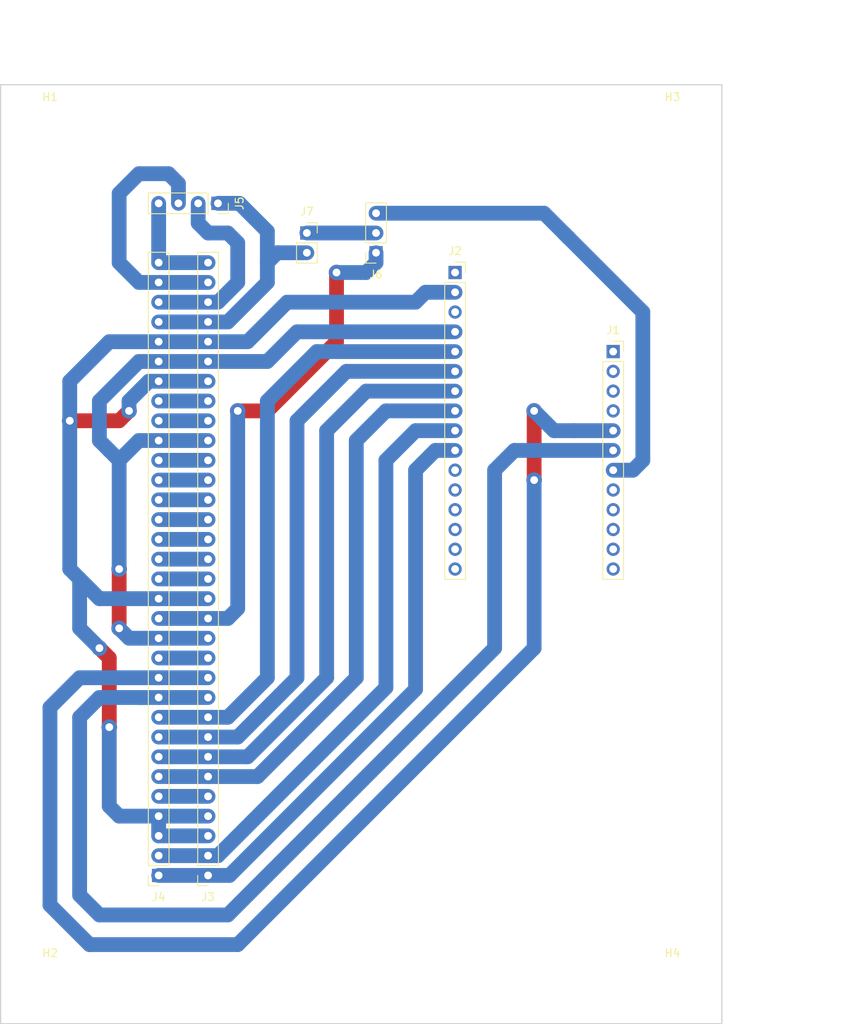
<source format=kicad_pcb>
(kicad_pcb (version 20171130) (host pcbnew 5.1.2-f72e74a~84~ubuntu18.04.1)

  (general
    (thickness 1.6)
    (drawings 7)
    (tracks 174)
    (zones 0)
    (modules 11)
    (nets 29)
  )

  (page A4)
  (layers
    (0 F.Cu signal)
    (31 B.Cu signal)
    (32 B.Adhes user)
    (33 F.Adhes user)
    (34 B.Paste user)
    (35 F.Paste user)
    (36 B.SilkS user)
    (37 F.SilkS user)
    (38 B.Mask user)
    (39 F.Mask user)
    (40 Dwgs.User user)
    (41 Cmts.User user)
    (42 Eco1.User user)
    (43 Eco2.User user)
    (44 Edge.Cuts user)
    (45 Margin user)
    (46 B.CrtYd user)
    (47 F.CrtYd user)
    (48 B.Fab user)
    (49 F.Fab user)
  )

  (setup
    (last_trace_width 1.905)
    (user_trace_width 0.254)
    (user_trace_width 0.381)
    (user_trace_width 0.635)
    (user_trace_width 1.27)
    (user_trace_width 1.905)
    (user_trace_width 2.54)
    (trace_clearance 0.2)
    (zone_clearance 0.508)
    (zone_45_only no)
    (trace_min 0.2)
    (via_size 1.778)
    (via_drill 0.889)
    (via_min_size 0.4)
    (via_min_drill 0.508)
    (user_via 2 1)
    (uvia_size 0.3)
    (uvia_drill 0.1)
    (uvias_allowed no)
    (uvia_min_size 0.2)
    (uvia_min_drill 0.1)
    (edge_width 0.15)
    (segment_width 0.2)
    (pcb_text_width 0.3)
    (pcb_text_size 1.5 1.5)
    (mod_edge_width 0.15)
    (mod_text_size 1 1)
    (mod_text_width 0.15)
    (pad_size 1.4 1.4)
    (pad_drill 0.7)
    (pad_to_mask_clearance 0.051)
    (solder_mask_min_width 0.25)
    (aux_axis_origin 0 0)
    (visible_elements FFFDFF7F)
    (pcbplotparams
      (layerselection 0x010fc_ffffffff)
      (usegerberextensions false)
      (usegerberattributes false)
      (usegerberadvancedattributes false)
      (creategerberjobfile false)
      (excludeedgelayer true)
      (linewidth 0.100000)
      (plotframeref false)
      (viasonmask false)
      (mode 1)
      (useauxorigin false)
      (hpglpennumber 1)
      (hpglpenspeed 20)
      (hpglpendiameter 15.000000)
      (psnegative false)
      (psa4output false)
      (plotreference true)
      (plotvalue true)
      (plotinvisibletext false)
      (padsonsilk false)
      (subtractmaskfromsilk false)
      (outputformat 1)
      (mirror false)
      (drillshape 0)
      (scaleselection 1)
      (outputdirectory "gerb/drill_ps/"))
  )

  (net 0 "")
  (net 1 D12)
  (net 2 D11)
  (net 3 D10)
  (net 4 +3V3)
  (net 5 GND)
  (net 6 A0)
  (net 7 A1)
  (net 8 A2)
  (net 9 A3)
  (net 10 A4)
  (net 11 A5)
  (net 12 "Net-(J3-Pad5)")
  (net 13 "Net-(J3-Pad12)")
  (net 14 GNDREF)
  (net 15 "Net-(J3-Pad16)")
  (net 16 "Net-(J3-Pad17)")
  (net 17 "Net-(J3-Pad18)")
  (net 18 "Net-(J3-Pad19)")
  (net 19 "Net-(J3-Pad20)")
  (net 20 "Net-(J3-Pad21)")
  (net 21 "Net-(J3-Pad22)")
  (net 22 "Net-(J3-Pad24)")
  (net 23 "Net-(J3-Pad25)")
  (net 24 PT1)
  (net 25 PT2)
  (net 26 PT3)
  (net 27 PT4)
  (net 28 "Net-(J6-Pad2)")

  (net_class Default "This is the default net class."
    (clearance 0.2)
    (trace_width 0.25)
    (via_dia 1.778)
    (via_drill 0.889)
    (uvia_dia 0.3)
    (uvia_drill 0.1)
    (add_net +3V3)
    (add_net A0)
    (add_net A1)
    (add_net A2)
    (add_net A3)
    (add_net A4)
    (add_net A5)
    (add_net D10)
    (add_net D11)
    (add_net D12)
    (add_net GND)
    (add_net GNDREF)
    (add_net "Net-(J3-Pad12)")
    (add_net "Net-(J3-Pad16)")
    (add_net "Net-(J3-Pad17)")
    (add_net "Net-(J3-Pad18)")
    (add_net "Net-(J3-Pad19)")
    (add_net "Net-(J3-Pad20)")
    (add_net "Net-(J3-Pad21)")
    (add_net "Net-(J3-Pad22)")
    (add_net "Net-(J3-Pad24)")
    (add_net "Net-(J3-Pad25)")
    (add_net "Net-(J3-Pad5)")
    (add_net "Net-(J6-Pad2)")
    (add_net PT1)
    (add_net PT2)
    (add_net PT3)
    (add_net PT4)
  )

  (module Connector_PinSocket_2.54mm:PinSocket_1x12_P2.54mm_Vertical (layer F.Cu) (tedit 5A19A41D) (tstamp 5D4692E4)
    (at 104.14 59.69)
    (descr "Through hole straight socket strip, 1x12, 2.54mm pitch, single row (from Kicad 4.0.7), script generated")
    (tags "Through hole socket strip THT 1x12 2.54mm single row")
    (path /5D3A6009)
    (fp_text reference J1 (at 0 -2.77) (layer F.SilkS)
      (effects (font (size 1 1) (thickness 0.15)))
    )
    (fp_text value FeatherLora1 (at 0 30.71) (layer F.Fab)
      (effects (font (size 1 1) (thickness 0.15)))
    )
    (fp_line (start -1.27 -1.27) (end 0.635 -1.27) (layer F.Fab) (width 0.1))
    (fp_line (start 0.635 -1.27) (end 1.27 -0.635) (layer F.Fab) (width 0.1))
    (fp_line (start 1.27 -0.635) (end 1.27 29.21) (layer F.Fab) (width 0.1))
    (fp_line (start 1.27 29.21) (end -1.27 29.21) (layer F.Fab) (width 0.1))
    (fp_line (start -1.27 29.21) (end -1.27 -1.27) (layer F.Fab) (width 0.1))
    (fp_line (start -1.33 1.27) (end 1.33 1.27) (layer F.SilkS) (width 0.12))
    (fp_line (start -1.33 1.27) (end -1.33 29.27) (layer F.SilkS) (width 0.12))
    (fp_line (start -1.33 29.27) (end 1.33 29.27) (layer F.SilkS) (width 0.12))
    (fp_line (start 1.33 1.27) (end 1.33 29.27) (layer F.SilkS) (width 0.12))
    (fp_line (start 1.33 -1.33) (end 1.33 0) (layer F.SilkS) (width 0.12))
    (fp_line (start 0 -1.33) (end 1.33 -1.33) (layer F.SilkS) (width 0.12))
    (fp_line (start -1.8 -1.8) (end 1.75 -1.8) (layer F.CrtYd) (width 0.05))
    (fp_line (start 1.75 -1.8) (end 1.75 29.7) (layer F.CrtYd) (width 0.05))
    (fp_line (start 1.75 29.7) (end -1.8 29.7) (layer F.CrtYd) (width 0.05))
    (fp_line (start -1.8 29.7) (end -1.8 -1.8) (layer F.CrtYd) (width 0.05))
    (fp_text user %R (at 0 13.97 90) (layer F.Fab)
      (effects (font (size 1 1) (thickness 0.15)))
    )
    (pad 1 thru_hole rect (at 0 0) (size 1.7 1.7) (drill 1) (layers *.Cu *.Mask))
    (pad 2 thru_hole oval (at 0 2.54) (size 1.7 1.7) (drill 1) (layers *.Cu *.Mask))
    (pad 3 thru_hole oval (at 0 5.08) (size 1.7 1.7) (drill 1) (layers *.Cu *.Mask))
    (pad 4 thru_hole oval (at 0 7.62) (size 1.7 1.7) (drill 1) (layers *.Cu *.Mask))
    (pad 5 thru_hole oval (at 0 10.16) (size 1.7 1.7) (drill 1) (layers *.Cu *.Mask)
      (net 1 D12))
    (pad 6 thru_hole oval (at 0 12.7) (size 1.7 1.7) (drill 1) (layers *.Cu *.Mask)
      (net 2 D11))
    (pad 7 thru_hole oval (at 0 15.24) (size 1.7 1.7) (drill 1) (layers *.Cu *.Mask)
      (net 3 D10))
    (pad 8 thru_hole oval (at 0 17.78) (size 1.7 1.7) (drill 1) (layers *.Cu *.Mask))
    (pad 9 thru_hole oval (at 0 20.32) (size 1.7 1.7) (drill 1) (layers *.Cu *.Mask))
    (pad 10 thru_hole oval (at 0 22.86) (size 1.7 1.7) (drill 1) (layers *.Cu *.Mask))
    (pad 11 thru_hole oval (at 0 25.4) (size 1.7 1.7) (drill 1) (layers *.Cu *.Mask))
    (pad 12 thru_hole oval (at 0 27.94) (size 1.7 1.7) (drill 1) (layers *.Cu *.Mask))
    (model ${KISYS3DMOD}/Connector_PinSocket_2.54mm.3dshapes/PinSocket_1x12_P2.54mm_Vertical.wrl
      (at (xyz 0 0 0))
      (scale (xyz 1 1 1))
      (rotate (xyz 0 0 0))
    )
  )

  (module Connector_PinSocket_2.54mm:PinSocket_1x32_P2.54mm_Vertical (layer F.Cu) (tedit 5A19A422) (tstamp 5E07C658)
    (at 52.07 127 180)
    (descr "Through hole straight socket strip, 1x32, 2.54mm pitch, single row (from Kicad 4.0.7), script generated")
    (tags "Through hole socket strip THT 1x32 2.54mm single row")
    (path /5E0832D5)
    (fp_text reference J3 (at 0 -2.77) (layer F.SilkS)
      (effects (font (size 1 1) (thickness 0.15)))
    )
    (fp_text value Conn_01x32_Male (at 0 81.51) (layer F.Fab)
      (effects (font (size 1 1) (thickness 0.15)))
    )
    (fp_line (start -1.27 -1.27) (end 0.635 -1.27) (layer F.Fab) (width 0.1))
    (fp_line (start 0.635 -1.27) (end 1.27 -0.635) (layer F.Fab) (width 0.1))
    (fp_line (start 1.27 -0.635) (end 1.27 80.01) (layer F.Fab) (width 0.1))
    (fp_line (start 1.27 80.01) (end -1.27 80.01) (layer F.Fab) (width 0.1))
    (fp_line (start -1.27 80.01) (end -1.27 -1.27) (layer F.Fab) (width 0.1))
    (fp_line (start -1.33 1.27) (end 1.33 1.27) (layer F.SilkS) (width 0.12))
    (fp_line (start -1.33 1.27) (end -1.33 80.07) (layer F.SilkS) (width 0.12))
    (fp_line (start -1.33 80.07) (end 1.33 80.07) (layer F.SilkS) (width 0.12))
    (fp_line (start 1.33 1.27) (end 1.33 80.07) (layer F.SilkS) (width 0.12))
    (fp_line (start 1.33 -1.33) (end 1.33 0) (layer F.SilkS) (width 0.12))
    (fp_line (start 0 -1.33) (end 1.33 -1.33) (layer F.SilkS) (width 0.12))
    (fp_line (start -1.8 -1.8) (end 1.75 -1.8) (layer F.CrtYd) (width 0.05))
    (fp_line (start 1.75 -1.8) (end 1.75 80.55) (layer F.CrtYd) (width 0.05))
    (fp_line (start 1.75 80.55) (end -1.8 80.55) (layer F.CrtYd) (width 0.05))
    (fp_line (start -1.8 80.55) (end -1.8 -1.8) (layer F.CrtYd) (width 0.05))
    (fp_text user %R (at 0 39.37 90) (layer F.Fab)
      (effects (font (size 1 1) (thickness 0.15)))
    )
    (pad 1 thru_hole rect (at 0 0 180) (size 1.7 1.7) (drill 1) (layers *.Cu *.Mask)
      (net 11 A5))
    (pad 2 thru_hole oval (at 0 2.54 180) (size 1.7 1.7) (drill 1) (layers *.Cu *.Mask)
      (net 10 A4))
    (pad 3 thru_hole oval (at 0 5.08 180) (size 1.7 1.7) (drill 1) (layers *.Cu *.Mask)
      (net 4 +3V3))
    (pad 4 thru_hole oval (at 0 7.62 180) (size 1.7 1.7) (drill 1) (layers *.Cu *.Mask)
      (net 4 +3V3))
    (pad 5 thru_hole oval (at 0 10.16 180) (size 1.7 1.7) (drill 1) (layers *.Cu *.Mask)
      (net 12 "Net-(J3-Pad5)"))
    (pad 6 thru_hole oval (at 0 12.7 180) (size 1.7 1.7) (drill 1) (layers *.Cu *.Mask)
      (net 9 A3))
    (pad 7 thru_hole oval (at 0 15.24 180) (size 1.7 1.7) (drill 1) (layers *.Cu *.Mask)
      (net 8 A2))
    (pad 8 thru_hole oval (at 0 17.78 180) (size 1.7 1.7) (drill 1) (layers *.Cu *.Mask)
      (net 7 A1))
    (pad 9 thru_hole oval (at 0 20.32 180) (size 1.7 1.7) (drill 1) (layers *.Cu *.Mask)
      (net 6 A0))
    (pad 10 thru_hole oval (at 0 22.86 180) (size 1.7 1.7) (drill 1) (layers *.Cu *.Mask)
      (net 2 D11))
    (pad 11 thru_hole oval (at 0 25.4 180) (size 1.7 1.7) (drill 1) (layers *.Cu *.Mask)
      (net 1 D12))
    (pad 12 thru_hole oval (at 0 27.94 180) (size 1.7 1.7) (drill 1) (layers *.Cu *.Mask)
      (net 13 "Net-(J3-Pad12)"))
    (pad 13 thru_hole oval (at 0 30.48 180) (size 1.7 1.7) (drill 1) (layers *.Cu *.Mask)
      (net 5 GND))
    (pad 14 thru_hole oval (at 0 33.02 180) (size 1.7 1.7) (drill 1) (layers *.Cu *.Mask)
      (net 14 GNDREF))
    (pad 15 thru_hole oval (at 0 35.56 180) (size 1.7 1.7) (drill 1) (layers *.Cu *.Mask)
      (net 4 +3V3))
    (pad 16 thru_hole oval (at 0 38.1 180) (size 1.7 1.7) (drill 1) (layers *.Cu *.Mask)
      (net 15 "Net-(J3-Pad16)"))
    (pad 17 thru_hole oval (at 0 40.64 180) (size 1.7 1.7) (drill 1) (layers *.Cu *.Mask)
      (net 16 "Net-(J3-Pad17)"))
    (pad 18 thru_hole oval (at 0 43.18 180) (size 1.7 1.7) (drill 1) (layers *.Cu *.Mask)
      (net 17 "Net-(J3-Pad18)"))
    (pad 19 thru_hole oval (at 0 45.72 180) (size 1.7 1.7) (drill 1) (layers *.Cu *.Mask)
      (net 18 "Net-(J3-Pad19)"))
    (pad 20 thru_hole oval (at 0 48.26 180) (size 1.7 1.7) (drill 1) (layers *.Cu *.Mask)
      (net 19 "Net-(J3-Pad20)"))
    (pad 21 thru_hole oval (at 0 50.8 180) (size 1.7 1.7) (drill 1) (layers *.Cu *.Mask)
      (net 20 "Net-(J3-Pad21)"))
    (pad 22 thru_hole oval (at 0 53.34 180) (size 1.7 1.7) (drill 1) (layers *.Cu *.Mask)
      (net 21 "Net-(J3-Pad22)"))
    (pad 23 thru_hole oval (at 0 55.88 180) (size 1.7 1.7) (drill 1) (layers *.Cu *.Mask)
      (net 5 GND))
    (pad 24 thru_hole oval (at 0 58.42 180) (size 1.7 1.7) (drill 1) (layers *.Cu *.Mask)
      (net 22 "Net-(J3-Pad24)"))
    (pad 25 thru_hole oval (at 0 60.96 180) (size 1.7 1.7) (drill 1) (layers *.Cu *.Mask)
      (net 23 "Net-(J3-Pad25)"))
    (pad 26 thru_hole oval (at 0 63.5 180) (size 1.7 1.7) (drill 1) (layers *.Cu *.Mask)
      (net 4 +3V3))
    (pad 27 thru_hole oval (at 0 66.04 180) (size 1.7 1.7) (drill 1) (layers *.Cu *.Mask)
      (net 5 GND))
    (pad 28 thru_hole oval (at 0 68.58 180) (size 1.7 1.7) (drill 1) (layers *.Cu *.Mask)
      (net 4 +3V3))
    (pad 29 thru_hole oval (at 0 71.12 180) (size 1.7 1.7) (drill 1) (layers *.Cu *.Mask)
      (net 24 PT1))
    (pad 30 thru_hole oval (at 0 73.66 180) (size 1.7 1.7) (drill 1) (layers *.Cu *.Mask)
      (net 25 PT2))
    (pad 31 thru_hole oval (at 0 76.2 180) (size 1.7 1.7) (drill 1) (layers *.Cu *.Mask)
      (net 26 PT3))
    (pad 32 thru_hole oval (at 0 78.74 180) (size 1.7 1.7) (drill 1) (layers *.Cu *.Mask)
      (net 27 PT4))
    (model ${KISYS3DMOD}/Connector_PinSocket_2.54mm.3dshapes/PinSocket_1x32_P2.54mm_Vertical.wrl
      (at (xyz 0 0 0))
      (scale (xyz 1 1 1))
      (rotate (xyz 0 0 0))
    )
  )

  (module Connector_PinSocket_2.54mm:PinSocket_1x02_P2.54mm_Vertical (layer F.Cu) (tedit 5A19A420) (tstamp 5E091FA2)
    (at 64.77 44.45)
    (descr "Through hole straight socket strip, 1x02, 2.54mm pitch, single row (from Kicad 4.0.7), script generated")
    (tags "Through hole socket strip THT 1x02 2.54mm single row")
    (path /5E10B3E5)
    (fp_text reference J7 (at 0 -2.77) (layer F.SilkS)
      (effects (font (size 1 1) (thickness 0.15)))
    )
    (fp_text value Conn_01x02_Female (at 0 5.31) (layer F.Fab)
      (effects (font (size 1 1) (thickness 0.15)))
    )
    (fp_text user %R (at 0 1.27 90) (layer F.Fab)
      (effects (font (size 1 1) (thickness 0.15)))
    )
    (fp_line (start -1.8 4.3) (end -1.8 -1.8) (layer F.CrtYd) (width 0.05))
    (fp_line (start 1.75 4.3) (end -1.8 4.3) (layer F.CrtYd) (width 0.05))
    (fp_line (start 1.75 -1.8) (end 1.75 4.3) (layer F.CrtYd) (width 0.05))
    (fp_line (start -1.8 -1.8) (end 1.75 -1.8) (layer F.CrtYd) (width 0.05))
    (fp_line (start 0 -1.33) (end 1.33 -1.33) (layer F.SilkS) (width 0.12))
    (fp_line (start 1.33 -1.33) (end 1.33 0) (layer F.SilkS) (width 0.12))
    (fp_line (start 1.33 1.27) (end 1.33 3.87) (layer F.SilkS) (width 0.12))
    (fp_line (start -1.33 3.87) (end 1.33 3.87) (layer F.SilkS) (width 0.12))
    (fp_line (start -1.33 1.27) (end -1.33 3.87) (layer F.SilkS) (width 0.12))
    (fp_line (start -1.33 1.27) (end 1.33 1.27) (layer F.SilkS) (width 0.12))
    (fp_line (start -1.27 3.81) (end -1.27 -1.27) (layer F.Fab) (width 0.1))
    (fp_line (start 1.27 3.81) (end -1.27 3.81) (layer F.Fab) (width 0.1))
    (fp_line (start 1.27 -0.635) (end 1.27 3.81) (layer F.Fab) (width 0.1))
    (fp_line (start 0.635 -1.27) (end 1.27 -0.635) (layer F.Fab) (width 0.1))
    (fp_line (start -1.27 -1.27) (end 0.635 -1.27) (layer F.Fab) (width 0.1))
    (pad 2 thru_hole oval (at 0 2.54) (size 1.7 1.7) (drill 1) (layers *.Cu *.Mask)
      (net 24 PT1))
    (pad 1 thru_hole rect (at 0 0) (size 1.7 1.7) (drill 1) (layers *.Cu *.Mask)
      (net 28 "Net-(J6-Pad2)"))
    (model ${KISYS3DMOD}/Connector_PinSocket_2.54mm.3dshapes/PinSocket_1x02_P2.54mm_Vertical.wrl
      (at (xyz 0 0 0))
      (scale (xyz 1 1 1))
      (rotate (xyz 0 0 0))
    )
  )

  (module Connector_PinSocket_2.54mm:PinSocket_1x03_P2.54mm_Vertical (layer F.Cu) (tedit 5A19A429) (tstamp 5E091F61)
    (at 73.66 46.99 180)
    (descr "Through hole straight socket strip, 1x03, 2.54mm pitch, single row (from Kicad 4.0.7), script generated")
    (tags "Through hole socket strip THT 1x03 2.54mm single row")
    (path /5E0D7070)
    (fp_text reference J6 (at 0 -2.77) (layer F.SilkS)
      (effects (font (size 1 1) (thickness 0.15)))
    )
    (fp_text value Conn_01x03_Female (at 0 7.85) (layer F.Fab)
      (effects (font (size 1 1) (thickness 0.15)))
    )
    (fp_text user %R (at 0 2.54 90) (layer F.Fab)
      (effects (font (size 1 1) (thickness 0.15)))
    )
    (fp_line (start -1.8 6.85) (end -1.8 -1.8) (layer F.CrtYd) (width 0.05))
    (fp_line (start 1.75 6.85) (end -1.8 6.85) (layer F.CrtYd) (width 0.05))
    (fp_line (start 1.75 -1.8) (end 1.75 6.85) (layer F.CrtYd) (width 0.05))
    (fp_line (start -1.8 -1.8) (end 1.75 -1.8) (layer F.CrtYd) (width 0.05))
    (fp_line (start 0 -1.33) (end 1.33 -1.33) (layer F.SilkS) (width 0.12))
    (fp_line (start 1.33 -1.33) (end 1.33 0) (layer F.SilkS) (width 0.12))
    (fp_line (start 1.33 1.27) (end 1.33 6.41) (layer F.SilkS) (width 0.12))
    (fp_line (start -1.33 6.41) (end 1.33 6.41) (layer F.SilkS) (width 0.12))
    (fp_line (start -1.33 1.27) (end -1.33 6.41) (layer F.SilkS) (width 0.12))
    (fp_line (start -1.33 1.27) (end 1.33 1.27) (layer F.SilkS) (width 0.12))
    (fp_line (start -1.27 6.35) (end -1.27 -1.27) (layer F.Fab) (width 0.1))
    (fp_line (start 1.27 6.35) (end -1.27 6.35) (layer F.Fab) (width 0.1))
    (fp_line (start 1.27 -0.635) (end 1.27 6.35) (layer F.Fab) (width 0.1))
    (fp_line (start 0.635 -1.27) (end 1.27 -0.635) (layer F.Fab) (width 0.1))
    (fp_line (start -1.27 -1.27) (end 0.635 -1.27) (layer F.Fab) (width 0.1))
    (pad 3 thru_hole oval (at 0 5.08 180) (size 1.7 1.7) (drill 1) (layers *.Cu *.Mask)
      (net 3 D10))
    (pad 2 thru_hole oval (at 0 2.54 180) (size 1.7 1.7) (drill 1) (layers *.Cu *.Mask)
      (net 28 "Net-(J6-Pad2)"))
    (pad 1 thru_hole rect (at 0 0 180) (size 1.7 1.7) (drill 1) (layers *.Cu *.Mask)
      (net 14 GNDREF))
    (model ${KISYS3DMOD}/Connector_PinSocket_2.54mm.3dshapes/PinSocket_1x03_P2.54mm_Vertical.wrl
      (at (xyz 0 0 0))
      (scale (xyz 1 1 1))
      (rotate (xyz 0 0 0))
    )
  )

  (module Connector_PinSocket_2.54mm:PinSocket_1x32_P2.54mm_Vertical (layer F.Cu) (tedit 5A19A422) (tstamp 5E091EE5)
    (at 45.72 127 180)
    (descr "Through hole straight socket strip, 1x32, 2.54mm pitch, single row (from Kicad 4.0.7), script generated")
    (tags "Through hole socket strip THT 1x32 2.54mm single row")
    (path /5E0A14C3)
    (fp_text reference J4 (at 0 -2.77) (layer F.SilkS)
      (effects (font (size 1 1) (thickness 0.15)))
    )
    (fp_text value Conn_01x32_Male (at 0 81.51) (layer F.Fab)
      (effects (font (size 1 1) (thickness 0.15)))
    )
    (fp_text user %R (at 0 39.37 90) (layer F.Fab)
      (effects (font (size 1 1) (thickness 0.15)))
    )
    (fp_line (start -1.8 80.55) (end -1.8 -1.8) (layer F.CrtYd) (width 0.05))
    (fp_line (start 1.75 80.55) (end -1.8 80.55) (layer F.CrtYd) (width 0.05))
    (fp_line (start 1.75 -1.8) (end 1.75 80.55) (layer F.CrtYd) (width 0.05))
    (fp_line (start -1.8 -1.8) (end 1.75 -1.8) (layer F.CrtYd) (width 0.05))
    (fp_line (start 0 -1.33) (end 1.33 -1.33) (layer F.SilkS) (width 0.12))
    (fp_line (start 1.33 -1.33) (end 1.33 0) (layer F.SilkS) (width 0.12))
    (fp_line (start 1.33 1.27) (end 1.33 80.07) (layer F.SilkS) (width 0.12))
    (fp_line (start -1.33 80.07) (end 1.33 80.07) (layer F.SilkS) (width 0.12))
    (fp_line (start -1.33 1.27) (end -1.33 80.07) (layer F.SilkS) (width 0.12))
    (fp_line (start -1.33 1.27) (end 1.33 1.27) (layer F.SilkS) (width 0.12))
    (fp_line (start -1.27 80.01) (end -1.27 -1.27) (layer F.Fab) (width 0.1))
    (fp_line (start 1.27 80.01) (end -1.27 80.01) (layer F.Fab) (width 0.1))
    (fp_line (start 1.27 -0.635) (end 1.27 80.01) (layer F.Fab) (width 0.1))
    (fp_line (start 0.635 -1.27) (end 1.27 -0.635) (layer F.Fab) (width 0.1))
    (fp_line (start -1.27 -1.27) (end 0.635 -1.27) (layer F.Fab) (width 0.1))
    (pad 32 thru_hole oval (at 0 78.74 180) (size 1.7 1.7) (drill 1) (layers *.Cu *.Mask)
      (net 27 PT4))
    (pad 31 thru_hole oval (at 0 76.2 180) (size 1.7 1.7) (drill 1) (layers *.Cu *.Mask)
      (net 26 PT3))
    (pad 30 thru_hole oval (at 0 73.66 180) (size 1.7 1.7) (drill 1) (layers *.Cu *.Mask)
      (net 25 PT2))
    (pad 29 thru_hole oval (at 0 71.12 180) (size 1.7 1.7) (drill 1) (layers *.Cu *.Mask)
      (net 24 PT1))
    (pad 28 thru_hole oval (at 0 68.58 180) (size 1.7 1.7) (drill 1) (layers *.Cu *.Mask)
      (net 4 +3V3))
    (pad 27 thru_hole oval (at 0 66.04 180) (size 1.7 1.7) (drill 1) (layers *.Cu *.Mask)
      (net 5 GND))
    (pad 26 thru_hole oval (at 0 63.5 180) (size 1.7 1.7) (drill 1) (layers *.Cu *.Mask)
      (net 4 +3V3))
    (pad 25 thru_hole oval (at 0 60.96 180) (size 1.7 1.7) (drill 1) (layers *.Cu *.Mask)
      (net 23 "Net-(J3-Pad25)"))
    (pad 24 thru_hole oval (at 0 58.42 180) (size 1.7 1.7) (drill 1) (layers *.Cu *.Mask)
      (net 22 "Net-(J3-Pad24)"))
    (pad 23 thru_hole oval (at 0 55.88 180) (size 1.7 1.7) (drill 1) (layers *.Cu *.Mask)
      (net 5 GND))
    (pad 22 thru_hole oval (at 0 53.34 180) (size 1.7 1.7) (drill 1) (layers *.Cu *.Mask)
      (net 21 "Net-(J3-Pad22)"))
    (pad 21 thru_hole oval (at 0 50.8 180) (size 1.7 1.7) (drill 1) (layers *.Cu *.Mask)
      (net 20 "Net-(J3-Pad21)"))
    (pad 20 thru_hole oval (at 0 48.26 180) (size 1.7 1.7) (drill 1) (layers *.Cu *.Mask)
      (net 19 "Net-(J3-Pad20)"))
    (pad 19 thru_hole oval (at 0 45.72 180) (size 1.7 1.7) (drill 1) (layers *.Cu *.Mask)
      (net 18 "Net-(J3-Pad19)"))
    (pad 18 thru_hole oval (at 0 43.18 180) (size 1.7 1.7) (drill 1) (layers *.Cu *.Mask)
      (net 17 "Net-(J3-Pad18)"))
    (pad 17 thru_hole oval (at 0 40.64 180) (size 1.7 1.7) (drill 1) (layers *.Cu *.Mask)
      (net 16 "Net-(J3-Pad17)"))
    (pad 16 thru_hole oval (at 0 38.1 180) (size 1.7 1.7) (drill 1) (layers *.Cu *.Mask)
      (net 15 "Net-(J3-Pad16)"))
    (pad 15 thru_hole oval (at 0 35.56 180) (size 1.7 1.7) (drill 1) (layers *.Cu *.Mask)
      (net 4 +3V3))
    (pad 14 thru_hole oval (at 0 33.02 180) (size 1.7 1.7) (drill 1) (layers *.Cu *.Mask)
      (net 14 GNDREF))
    (pad 13 thru_hole oval (at 0 30.48 180) (size 1.7 1.7) (drill 1) (layers *.Cu *.Mask)
      (net 5 GND))
    (pad 12 thru_hole oval (at 0 27.94 180) (size 1.7 1.7) (drill 1) (layers *.Cu *.Mask)
      (net 13 "Net-(J3-Pad12)"))
    (pad 11 thru_hole oval (at 0 25.4 180) (size 1.7 1.7) (drill 1) (layers *.Cu *.Mask)
      (net 1 D12))
    (pad 10 thru_hole oval (at 0 22.86 180) (size 1.7 1.7) (drill 1) (layers *.Cu *.Mask)
      (net 2 D11))
    (pad 9 thru_hole oval (at 0 20.32 180) (size 1.7 1.7) (drill 1) (layers *.Cu *.Mask)
      (net 6 A0))
    (pad 8 thru_hole oval (at 0 17.78 180) (size 1.7 1.7) (drill 1) (layers *.Cu *.Mask)
      (net 7 A1))
    (pad 7 thru_hole oval (at 0 15.24 180) (size 1.7 1.7) (drill 1) (layers *.Cu *.Mask)
      (net 8 A2))
    (pad 6 thru_hole oval (at 0 12.7 180) (size 1.7 1.7) (drill 1) (layers *.Cu *.Mask)
      (net 9 A3))
    (pad 5 thru_hole oval (at 0 10.16 180) (size 1.7 1.7) (drill 1) (layers *.Cu *.Mask)
      (net 12 "Net-(J3-Pad5)"))
    (pad 4 thru_hole oval (at 0 7.62 180) (size 1.7 1.7) (drill 1) (layers *.Cu *.Mask)
      (net 4 +3V3))
    (pad 3 thru_hole oval (at 0 5.08 180) (size 1.7 1.7) (drill 1) (layers *.Cu *.Mask)
      (net 4 +3V3))
    (pad 2 thru_hole oval (at 0 2.54 180) (size 1.7 1.7) (drill 1) (layers *.Cu *.Mask)
      (net 10 A4))
    (pad 1 thru_hole rect (at 0 0 180) (size 1.7 1.7) (drill 1) (layers *.Cu *.Mask)
      (net 11 A5))
    (model ${KISYS3DMOD}/Connector_PinSocket_2.54mm.3dshapes/PinSocket_1x32_P2.54mm_Vertical.wrl
      (at (xyz 0 0 0))
      (scale (xyz 1 1 1))
      (rotate (xyz 0 0 0))
    )
  )

  (module Connector_PinSocket_2.54mm:PinSocket_1x16_P2.54mm_Vertical (layer F.Cu) (tedit 5A19A41E) (tstamp 5D469345)
    (at 83.82 49.53)
    (descr "Through hole straight socket strip, 1x16, 2.54mm pitch, single row (from Kicad 4.0.7), script generated")
    (tags "Through hole socket strip THT 1x16 2.54mm single row")
    (path /5D3A613C)
    (fp_text reference J2 (at 0 -2.77 180) (layer F.SilkS)
      (effects (font (size 1 1) (thickness 0.15)))
    )
    (fp_text value FeatherLora2 (at 0 40.87 180) (layer F.Fab)
      (effects (font (size 1 1) (thickness 0.15)))
    )
    (fp_line (start -1.27 -1.27) (end 0.635 -1.27) (layer F.Fab) (width 0.1))
    (fp_line (start 0.635 -1.27) (end 1.27 -0.635) (layer F.Fab) (width 0.1))
    (fp_line (start 1.27 -0.635) (end 1.27 39.37) (layer F.Fab) (width 0.1))
    (fp_line (start 1.27 39.37) (end -1.27 39.37) (layer F.Fab) (width 0.1))
    (fp_line (start -1.27 39.37) (end -1.27 -1.27) (layer F.Fab) (width 0.1))
    (fp_line (start -1.33 1.27) (end 1.33 1.27) (layer F.SilkS) (width 0.12))
    (fp_line (start -1.33 1.27) (end -1.33 39.43) (layer F.SilkS) (width 0.12))
    (fp_line (start -1.33 39.43) (end 1.33 39.43) (layer F.SilkS) (width 0.12))
    (fp_line (start 1.33 1.27) (end 1.33 39.43) (layer F.SilkS) (width 0.12))
    (fp_line (start 1.33 -1.33) (end 1.33 0) (layer F.SilkS) (width 0.12))
    (fp_line (start 0 -1.33) (end 1.33 -1.33) (layer F.SilkS) (width 0.12))
    (fp_line (start -1.8 -1.8) (end 1.75 -1.8) (layer F.CrtYd) (width 0.05))
    (fp_line (start 1.75 -1.8) (end 1.75 39.9) (layer F.CrtYd) (width 0.05))
    (fp_line (start 1.75 39.9) (end -1.8 39.9) (layer F.CrtYd) (width 0.05))
    (fp_line (start -1.8 39.9) (end -1.8 -1.8) (layer F.CrtYd) (width 0.05))
    (fp_text user %R (at 0 19.05 270) (layer F.Fab)
      (effects (font (size 1 1) (thickness 0.15)))
    )
    (pad 1 thru_hole rect (at 0 0) (size 1.7 1.7) (drill 1) (layers *.Cu *.Mask))
    (pad 2 thru_hole oval (at 0 2.54) (size 1.7 1.7) (drill 1) (layers *.Cu *.Mask)
      (net 4 +3V3))
    (pad 3 thru_hole oval (at 0 5.08) (size 1.7 1.7) (drill 1) (layers *.Cu *.Mask))
    (pad 4 thru_hole oval (at 0 7.62) (size 1.7 1.7) (drill 1) (layers *.Cu *.Mask)
      (net 5 GND))
    (pad 5 thru_hole oval (at 0 10.16) (size 1.7 1.7) (drill 1) (layers *.Cu *.Mask)
      (net 6 A0))
    (pad 6 thru_hole oval (at 0 12.7) (size 1.7 1.7) (drill 1) (layers *.Cu *.Mask)
      (net 7 A1))
    (pad 7 thru_hole oval (at 0 15.24) (size 1.7 1.7) (drill 1) (layers *.Cu *.Mask)
      (net 8 A2))
    (pad 8 thru_hole oval (at 0 17.78) (size 1.7 1.7) (drill 1) (layers *.Cu *.Mask)
      (net 9 A3))
    (pad 9 thru_hole oval (at 0 20.32) (size 1.7 1.7) (drill 1) (layers *.Cu *.Mask)
      (net 10 A4))
    (pad 10 thru_hole oval (at 0 22.86) (size 1.7 1.7) (drill 1) (layers *.Cu *.Mask)
      (net 11 A5))
    (pad 11 thru_hole oval (at 0 25.4) (size 1.7 1.7) (drill 1) (layers *.Cu *.Mask))
    (pad 12 thru_hole oval (at 0 27.94) (size 1.7 1.7) (drill 1) (layers *.Cu *.Mask))
    (pad 13 thru_hole oval (at 0 30.48) (size 1.7 1.7) (drill 1) (layers *.Cu *.Mask))
    (pad 14 thru_hole oval (at 0 33.02) (size 1.7 1.7) (drill 1) (layers *.Cu *.Mask))
    (pad 15 thru_hole oval (at 0 35.56) (size 1.7 1.7) (drill 1) (layers *.Cu *.Mask))
    (pad 16 thru_hole oval (at 0 38.1) (size 1.7 1.7) (drill 1) (layers *.Cu *.Mask))
    (model ${KISYS3DMOD}/Connector_PinSocket_2.54mm.3dshapes/PinSocket_1x16_P2.54mm_Vertical.wrl
      (at (xyz 0 0 0))
      (scale (xyz 1 1 1))
      (rotate (xyz 0 0 0))
    )
  )

  (module Connector_PinSocket_2.54mm:PinSocket_1x04_P2.54mm_Vertical (layer F.Cu) (tedit 5A19A429) (tstamp 5E091E84)
    (at 53.34 40.64 270)
    (descr "Through hole straight socket strip, 1x04, 2.54mm pitch, single row (from Kicad 4.0.7), script generated")
    (tags "Through hole socket strip THT 1x04 2.54mm single row")
    (path /5E0BD889)
    (fp_text reference J5 (at 0 -2.77 90) (layer F.SilkS)
      (effects (font (size 1 1) (thickness 0.15)))
    )
    (fp_text value Conn_01x04_Female (at 0 10.39 90) (layer F.Fab)
      (effects (font (size 1 1) (thickness 0.15)))
    )
    (fp_text user %R (at 0 3.81) (layer F.Fab)
      (effects (font (size 1 1) (thickness 0.15)))
    )
    (fp_line (start -1.8 9.4) (end -1.8 -1.8) (layer F.CrtYd) (width 0.05))
    (fp_line (start 1.75 9.4) (end -1.8 9.4) (layer F.CrtYd) (width 0.05))
    (fp_line (start 1.75 -1.8) (end 1.75 9.4) (layer F.CrtYd) (width 0.05))
    (fp_line (start -1.8 -1.8) (end 1.75 -1.8) (layer F.CrtYd) (width 0.05))
    (fp_line (start 0 -1.33) (end 1.33 -1.33) (layer F.SilkS) (width 0.12))
    (fp_line (start 1.33 -1.33) (end 1.33 0) (layer F.SilkS) (width 0.12))
    (fp_line (start 1.33 1.27) (end 1.33 8.95) (layer F.SilkS) (width 0.12))
    (fp_line (start -1.33 8.95) (end 1.33 8.95) (layer F.SilkS) (width 0.12))
    (fp_line (start -1.33 1.27) (end -1.33 8.95) (layer F.SilkS) (width 0.12))
    (fp_line (start -1.33 1.27) (end 1.33 1.27) (layer F.SilkS) (width 0.12))
    (fp_line (start -1.27 8.89) (end -1.27 -1.27) (layer F.Fab) (width 0.1))
    (fp_line (start 1.27 8.89) (end -1.27 8.89) (layer F.Fab) (width 0.1))
    (fp_line (start 1.27 -0.635) (end 1.27 8.89) (layer F.Fab) (width 0.1))
    (fp_line (start 0.635 -1.27) (end 1.27 -0.635) (layer F.Fab) (width 0.1))
    (fp_line (start -1.27 -1.27) (end 0.635 -1.27) (layer F.Fab) (width 0.1))
    (pad 4 thru_hole oval (at 0 7.62 270) (size 1.7 1.7) (drill 1) (layers *.Cu *.Mask)
      (net 27 PT4))
    (pad 3 thru_hole oval (at 0 5.08 270) (size 1.7 1.7) (drill 1) (layers *.Cu *.Mask)
      (net 26 PT3))
    (pad 2 thru_hole oval (at 0 2.54 270) (size 1.7 1.7) (drill 1) (layers *.Cu *.Mask)
      (net 25 PT2))
    (pad 1 thru_hole rect (at 0 0 270) (size 1.7 1.7) (drill 1) (layers *.Cu *.Mask)
      (net 24 PT1))
    (model ${KISYS3DMOD}/Connector_PinSocket_2.54mm.3dshapes/PinSocket_1x04_P2.54mm_Vertical.wrl
      (at (xyz 0 0 0))
      (scale (xyz 1 1 1))
      (rotate (xyz 0 0 0))
    )
  )

  (module MountingHole:MountingHole_2.5mm (layer F.Cu) (tedit 56D1B4CB) (tstamp 5E093E67)
    (at 31.75 30.48)
    (descr "Mounting Hole 2.5mm, no annular")
    (tags "mounting hole 2.5mm no annular")
    (path /5E21D8B9)
    (attr virtual)
    (fp_text reference H1 (at 0 -3.5) (layer F.SilkS)
      (effects (font (size 1 1) (thickness 0.15)))
    )
    (fp_text value MountingHole (at 0 3.5) (layer F.Fab)
      (effects (font (size 1 1) (thickness 0.15)))
    )
    (fp_circle (center 0 0) (end 2.75 0) (layer F.CrtYd) (width 0.05))
    (fp_circle (center 0 0) (end 2.5 0) (layer Cmts.User) (width 0.15))
    (fp_text user %R (at 0.3 0) (layer F.Fab)
      (effects (font (size 1 1) (thickness 0.15)))
    )
    (pad 1 np_thru_hole circle (at 0 0) (size 2.5 2.5) (drill 2.5) (layers *.Cu *.Mask))
  )

  (module MountingHole:MountingHole_2.5mm (layer F.Cu) (tedit 56D1B4CB) (tstamp 5E093E6F)
    (at 31.75 140.48)
    (descr "Mounting Hole 2.5mm, no annular")
    (tags "mounting hole 2.5mm no annular")
    (path /5E21CAD6)
    (attr virtual)
    (fp_text reference H2 (at 0 -3.5) (layer F.SilkS)
      (effects (font (size 1 1) (thickness 0.15)))
    )
    (fp_text value MountingHole (at 0 3.5) (layer F.Fab)
      (effects (font (size 1 1) (thickness 0.15)))
    )
    (fp_text user %R (at 0.3 0) (layer F.Fab)
      (effects (font (size 1 1) (thickness 0.15)))
    )
    (fp_circle (center 0 0) (end 2.5 0) (layer Cmts.User) (width 0.15))
    (fp_circle (center 0 0) (end 2.75 0) (layer F.CrtYd) (width 0.05))
    (pad 1 np_thru_hole circle (at 0 0) (size 2.5 2.5) (drill 2.5) (layers *.Cu *.Mask))
  )

  (module MountingHole:MountingHole_2.5mm (layer F.Cu) (tedit 56D1B4CB) (tstamp 5E093E77)
    (at 111.75 30.48)
    (descr "Mounting Hole 2.5mm, no annular")
    (tags "mounting hole 2.5mm no annular")
    (path /5E21CEB8)
    (attr virtual)
    (fp_text reference H3 (at 0 -3.5) (layer F.SilkS)
      (effects (font (size 1 1) (thickness 0.15)))
    )
    (fp_text value MountingHole (at 0 3.5) (layer F.Fab)
      (effects (font (size 1 1) (thickness 0.15)))
    )
    (fp_circle (center 0 0) (end 2.75 0) (layer F.CrtYd) (width 0.05))
    (fp_circle (center 0 0) (end 2.5 0) (layer Cmts.User) (width 0.15))
    (fp_text user %R (at 0.3 0) (layer F.Fab)
      (effects (font (size 1 1) (thickness 0.15)))
    )
    (pad 1 np_thru_hole circle (at 0 0) (size 2.5 2.5) (drill 2.5) (layers *.Cu *.Mask))
  )

  (module MountingHole:MountingHole_2.5mm (layer F.Cu) (tedit 56D1B4CB) (tstamp 5E093E7F)
    (at 111.75 140.48)
    (descr "Mounting Hole 2.5mm, no annular")
    (tags "mounting hole 2.5mm no annular")
    (path /5E21D442)
    (attr virtual)
    (fp_text reference H4 (at 0 -3.5) (layer F.SilkS)
      (effects (font (size 1 1) (thickness 0.15)))
    )
    (fp_text value MountingHole (at 0 3.5) (layer F.Fab)
      (effects (font (size 1 1) (thickness 0.15)))
    )
    (fp_text user %R (at 0.3 0) (layer F.Fab)
      (effects (font (size 1 1) (thickness 0.15)))
    )
    (fp_circle (center 0 0) (end 2.5 0) (layer Cmts.User) (width 0.15))
    (fp_circle (center 0 0) (end 2.75 0) (layer F.CrtYd) (width 0.05))
    (pad 1 np_thru_hole circle (at 0 0) (size 2.5 2.5) (drill 2.5) (layers *.Cu *.Mask))
  )

  (dimension 120.65 (width 0.15) (layer Dwgs.User)
    (gr_text "120.650 mm" (at 134.65 85.725 270) (layer Dwgs.User)
      (effects (font (size 1 1) (thickness 0.15)))
    )
    (feature1 (pts (xy 121.92 146.05) (xy 133.936421 146.05)))
    (feature2 (pts (xy 121.92 25.4) (xy 133.936421 25.4)))
    (crossbar (pts (xy 133.35 25.4) (xy 133.35 146.05)))
    (arrow1a (pts (xy 133.35 146.05) (xy 132.763579 144.923496)))
    (arrow1b (pts (xy 133.35 146.05) (xy 133.936421 144.923496)))
    (arrow2a (pts (xy 133.35 25.4) (xy 132.763579 26.526504)))
    (arrow2b (pts (xy 133.35 25.4) (xy 133.936421 26.526504)))
  )
  (dimension 92.71 (width 0.15) (layer Dwgs.User)
    (gr_text "92.710 mm" (at 71.755 15.21) (layer Dwgs.User)
      (effects (font (size 1 1) (thickness 0.15)))
    )
    (feature1 (pts (xy 118.11 22.86) (xy 118.11 15.923579)))
    (feature2 (pts (xy 25.4 22.86) (xy 25.4 15.923579)))
    (crossbar (pts (xy 25.4 16.51) (xy 118.11 16.51)))
    (arrow1a (pts (xy 118.11 16.51) (xy 116.983496 17.096421)))
    (arrow1b (pts (xy 118.11 16.51) (xy 116.983496 15.923579)))
    (arrow2a (pts (xy 25.4 16.51) (xy 26.526504 17.096421)))
    (arrow2b (pts (xy 25.4 16.51) (xy 26.526504 15.923579)))
  )
  (gr_line (start 25.4 25.4) (end 26.67 25.4) (layer Edge.Cuts) (width 0.15) (tstamp 5E094268))
  (gr_line (start 25.4 146.05) (end 25.4 25.4) (layer Edge.Cuts) (width 0.15))
  (gr_line (start 118.11 146.05) (end 25.4 146.05) (layer Edge.Cuts) (width 0.15))
  (gr_line (start 118.11 25.4) (end 118.11 146.05) (layer Edge.Cuts) (width 0.15))
  (gr_line (start 26.67 25.4) (end 118.11 25.4) (layer Edge.Cuts) (width 0.15))

  (segment (start 52.07 116.84) (end 45.72 116.84) (width 1.905) (layer B.Cu) (net 12) (status 30))
  (segment (start 104.14 69.85) (end 99.06 69.85) (width 1.905) (layer B.Cu) (net 1) (status 10))
  (via (at 93.98 67.31) (size 2) (drill 1) (layers F.Cu B.Cu) (net 1))
  (segment (start 99.06 69.85) (end 96.52 69.85) (width 1.905) (layer B.Cu) (net 1))
  (segment (start 96.52 69.85) (end 93.98 67.31) (width 1.905) (layer B.Cu) (net 1))
  (segment (start 93.98 67.31) (end 93.98 76.2) (width 1.905) (layer F.Cu) (net 1))
  (via (at 93.98 76.2) (size 2) (drill 1) (layers F.Cu B.Cu) (net 1))
  (segment (start 52.07 101.6) (end 45.72 101.6) (width 1.905) (layer B.Cu) (net 1) (status 30))
  (segment (start 35.56 101.6) (end 31.75 105.41) (width 1.905) (layer B.Cu) (net 1))
  (segment (start 93.98 97.79) (end 93.98 76.2) (width 1.905) (layer B.Cu) (net 1))
  (segment (start 45.72 101.6) (end 35.56 101.6) (width 1.905) (layer B.Cu) (net 1) (status 10))
  (segment (start 36.83 135.89) (end 55.88 135.89) (width 1.905) (layer B.Cu) (net 1))
  (segment (start 31.75 105.41) (end 31.75 130.81) (width 1.905) (layer B.Cu) (net 1))
  (segment (start 31.75 130.81) (end 36.83 135.89) (width 1.905) (layer B.Cu) (net 1))
  (segment (start 55.88 135.89) (end 93.98 97.79) (width 1.905) (layer B.Cu) (net 1))
  (segment (start 52.07 104.14) (end 45.72 104.14) (width 1.905) (layer B.Cu) (net 2) (status 30))
  (segment (start 35.56 106.68) (end 38.1 104.14) (width 1.905) (layer B.Cu) (net 2))
  (segment (start 44.45 104.14) (end 43.18 104.14) (width 1.905) (layer B.Cu) (net 2))
  (segment (start 38.1 104.14) (end 44.45 104.14) (width 1.905) (layer B.Cu) (net 2))
  (segment (start 35.56 129.54) (end 35.56 106.68) (width 1.905) (layer B.Cu) (net 2))
  (segment (start 54.61 132.08) (end 38.1 132.08) (width 1.905) (layer B.Cu) (net 2))
  (segment (start 45.72 104.14) (end 44.45 104.14) (width 1.905) (layer B.Cu) (net 2) (status 10))
  (segment (start 104.14 72.39) (end 91.44 72.39) (width 1.905) (layer B.Cu) (net 2) (status 10))
  (segment (start 38.1 132.08) (end 35.56 129.54) (width 1.905) (layer B.Cu) (net 2))
  (segment (start 91.44 72.39) (end 88.9 74.93) (width 1.905) (layer B.Cu) (net 2))
  (segment (start 88.9 74.93) (end 88.9 97.79) (width 1.905) (layer B.Cu) (net 2))
  (segment (start 88.9 97.79) (end 54.61 132.08) (width 1.905) (layer B.Cu) (net 2))
  (segment (start 107.95 73.66) (end 107.95 54.61) (width 1.905) (layer B.Cu) (net 3))
  (segment (start 104.14 74.93) (end 106.68 74.93) (width 1.905) (layer B.Cu) (net 3) (status 10))
  (segment (start 106.68 74.93) (end 107.95 73.66) (width 1.905) (layer B.Cu) (net 3))
  (segment (start 95.25 41.91) (end 98.425 45.085) (width 1.905) (layer B.Cu) (net 3))
  (segment (start 73.66 41.91) (end 95.25 41.91) (width 1.905) (layer B.Cu) (net 3) (status 10))
  (segment (start 107.95 54.61) (end 98.425 45.085) (width 1.905) (layer B.Cu) (net 3))
  (segment (start 98.425 45.085) (end 97.79 44.45) (width 1.905) (layer B.Cu) (net 3))
  (segment (start 52.07 58.42) (end 57.15 58.42) (width 1.905) (layer B.Cu) (net 4) (status 10))
  (segment (start 83.82 52.07) (end 80.01 52.07) (width 1.905) (layer B.Cu) (net 4) (status 10))
  (segment (start 80.01 52.07) (end 78.74 53.34) (width 1.905) (layer B.Cu) (net 4))
  (segment (start 62.23 53.34) (end 57.15 58.42) (width 1.905) (layer B.Cu) (net 4))
  (segment (start 78.74 53.34) (end 62.23 53.34) (width 1.905) (layer B.Cu) (net 4))
  (segment (start 52.07 121.92) (end 45.72 121.92) (width 1.905) (layer B.Cu) (net 4) (status 30))
  (segment (start 45.72 119.38) (end 52.07 119.38) (width 1.905) (layer B.Cu) (net 4) (status 30))
  (segment (start 52.07 91.44) (end 45.72 91.44) (width 1.905) (layer B.Cu) (net 4) (status 30))
  (segment (start 52.07 63.5) (end 45.72 63.5) (width 1.905) (layer B.Cu) (net 4) (status 30))
  (segment (start 52.07 58.42) (end 45.72 58.42) (width 1.905) (layer B.Cu) (net 4) (status 30))
  (segment (start 45.72 121.92) (end 45.72 119.38) (width 1.905) (layer B.Cu) (net 4) (status 30))
  (segment (start 45.72 119.38) (end 40.64 119.38) (width 1.905) (layer B.Cu) (net 4) (status 10))
  (segment (start 40.64 119.38) (end 39.37 118.11) (width 1.905) (layer B.Cu) (net 4))
  (segment (start 39.37 118.11) (end 39.37 107.95) (width 1.905) (layer B.Cu) (net 4))
  (segment (start 45.72 91.44) (end 38.1 91.44) (width 1.905) (layer B.Cu) (net 4) (status 10))
  (segment (start 38.1 91.44) (end 35.56 88.9) (width 1.905) (layer B.Cu) (net 4))
  (via (at 39.37 107.95) (size 2) (drill 1) (layers F.Cu B.Cu) (net 4))
  (segment (start 35.56 95.25) (end 35.56 88.9) (width 1.905) (layer B.Cu) (net 4))
  (segment (start 35.56 95.25) (end 38.1 97.79) (width 1.905) (layer B.Cu) (net 4))
  (via (at 38.1 97.79) (size 2) (drill 1) (layers F.Cu B.Cu) (net 4))
  (segment (start 39.37 99.06) (end 38.1 97.79) (width 1.905) (layer F.Cu) (net 4))
  (segment (start 39.37 107.95) (end 39.37 99.06) (width 1.905) (layer F.Cu) (net 4))
  (segment (start 45.72 63.5) (end 44.45 63.5) (width 1.905) (layer B.Cu) (net 4) (status 10))
  (via (at 41.91 67.31) (size 2) (drill 1) (layers F.Cu B.Cu) (net 4))
  (segment (start 44.45 63.5) (end 41.91 66.04) (width 1.905) (layer B.Cu) (net 4))
  (segment (start 41.91 66.04) (end 41.91 67.31) (width 1.905) (layer B.Cu) (net 4))
  (segment (start 41.91 67.31) (end 40.64 68.58) (width 1.905) (layer F.Cu) (net 4))
  (via (at 34.29 68.58) (size 2) (drill 1) (layers F.Cu B.Cu) (net 4))
  (segment (start 40.64 68.58) (end 34.29 68.58) (width 1.905) (layer F.Cu) (net 4))
  (segment (start 34.29 63.5) (end 34.29 68.58) (width 1.905) (layer B.Cu) (net 4))
  (segment (start 45.72 58.42) (end 39.37 58.42) (width 1.905) (layer B.Cu) (net 4) (status 10))
  (segment (start 39.37 58.42) (end 34.29 63.5) (width 1.905) (layer B.Cu) (net 4))
  (segment (start 34.29 87.63) (end 35.56 88.9) (width 1.905) (layer B.Cu) (net 4))
  (segment (start 34.29 68.58) (end 34.29 87.63) (width 1.905) (layer B.Cu) (net 4))
  (segment (start 59.69 60.96) (end 52.07 60.96) (width 1.905) (layer B.Cu) (net 5) (status 20))
  (segment (start 83.82 57.15) (end 63.5 57.15) (width 1.905) (layer B.Cu) (net 5) (status 10))
  (segment (start 63.5 57.15) (end 59.69 60.96) (width 1.905) (layer B.Cu) (net 5))
  (segment (start 52.07 96.52) (end 45.72 96.52) (width 1.905) (layer B.Cu) (net 5) (status 30))
  (segment (start 52.07 71.12) (end 45.72 71.12) (width 1.905) (layer B.Cu) (net 5) (status 30))
  (segment (start 52.07 60.96) (end 45.72 60.96) (width 1.905) (layer B.Cu) (net 5) (status 30))
  (segment (start 45.72 96.52) (end 43.18 96.52) (width 1.905) (layer B.Cu) (net 5) (status 10))
  (via (at 40.64 95.25) (size 2) (drill 1) (layers F.Cu B.Cu) (net 5))
  (segment (start 43.18 96.52) (end 41.91 96.52) (width 1.905) (layer B.Cu) (net 5))
  (segment (start 41.91 96.52) (end 40.64 95.25) (width 1.905) (layer B.Cu) (net 5))
  (via (at 40.64 87.63) (size 2) (drill 1) (layers F.Cu B.Cu) (net 5))
  (segment (start 40.64 95.25) (end 40.64 87.63) (width 1.905) (layer F.Cu) (net 5))
  (segment (start 40.64 87.63) (end 40.64 73.66) (width 1.905) (layer B.Cu) (net 5))
  (segment (start 43.18 71.12) (end 45.72 71.12) (width 1.905) (layer B.Cu) (net 5) (status 20))
  (segment (start 40.64 73.66) (end 43.18 71.12) (width 1.905) (layer B.Cu) (net 5))
  (segment (start 39.37 72.39) (end 40.64 73.66) (width 1.905) (layer B.Cu) (net 5))
  (segment (start 38.1 71.12) (end 39.37 72.39) (width 1.905) (layer B.Cu) (net 5))
  (segment (start 38.1 66.04) (end 38.1 71.12) (width 1.905) (layer B.Cu) (net 5))
  (segment (start 45.72 60.96) (end 43.18 60.96) (width 1.905) (layer B.Cu) (net 5) (status 10))
  (segment (start 43.18 60.96) (end 38.1 66.04) (width 1.905) (layer B.Cu) (net 5))
  (segment (start 54.61 106.68) (end 52.07 106.68) (width 1.905) (layer B.Cu) (net 6) (status 20))
  (segment (start 83.82 59.69) (end 66.04 59.69) (width 1.905) (layer B.Cu) (net 6) (status 10))
  (segment (start 66.04 59.69) (end 59.69 66.04) (width 1.905) (layer B.Cu) (net 6))
  (segment (start 52.07 106.68) (end 45.72 106.68) (width 1.905) (layer B.Cu) (net 6) (status 30))
  (segment (start 59.69 66.04) (end 59.69 101.6) (width 1.905) (layer B.Cu) (net 6))
  (segment (start 59.69 101.6) (end 54.61 106.68) (width 1.905) (layer B.Cu) (net 6))
  (segment (start 55.88 109.22) (end 52.07 109.22) (width 1.905) (layer B.Cu) (net 7) (status 20))
  (segment (start 83.82 62.23) (end 69.85 62.23) (width 1.905) (layer B.Cu) (net 7) (status 10))
  (segment (start 63.5 101.6) (end 55.88 109.22) (width 1.905) (layer B.Cu) (net 7))
  (segment (start 63.5 68.58) (end 63.5 101.6) (width 1.905) (layer B.Cu) (net 7))
  (segment (start 69.85 62.23) (end 63.5 68.58) (width 1.905) (layer B.Cu) (net 7))
  (segment (start 52.07 109.22) (end 45.72 109.22) (width 1.905) (layer B.Cu) (net 7) (status 30))
  (segment (start 72.39 64.77) (end 83.82 64.77) (width 1.905) (layer B.Cu) (net 8) (status 20))
  (segment (start 67.31 69.85) (end 72.39 64.77) (width 1.905) (layer B.Cu) (net 8))
  (segment (start 67.31 101.6) (end 67.31 69.85) (width 1.905) (layer B.Cu) (net 8))
  (segment (start 52.07 111.76) (end 57.15 111.76) (width 1.905) (layer B.Cu) (net 8) (status 10))
  (segment (start 57.15 111.76) (end 67.31 101.6) (width 1.905) (layer B.Cu) (net 8))
  (segment (start 52.07 111.76) (end 45.72 111.76) (width 1.905) (layer B.Cu) (net 8) (status 30))
  (segment (start 71.12 101.6) (end 58.42 114.3) (width 1.905) (layer B.Cu) (net 9))
  (segment (start 58.42 114.3) (end 52.07 114.3) (width 1.905) (layer B.Cu) (net 9) (status 20))
  (segment (start 71.12 71.12) (end 71.12 101.6) (width 1.905) (layer B.Cu) (net 9))
  (segment (start 83.82 67.31) (end 74.93 67.31) (width 1.905) (layer B.Cu) (net 9) (status 10))
  (segment (start 74.93 67.31) (end 71.12 71.12) (width 1.905) (layer B.Cu) (net 9))
  (segment (start 52.07 114.3) (end 45.72 114.3) (width 1.905) (layer B.Cu) (net 9) (status 30))
  (segment (start 53.34 124.46) (end 52.07 124.46) (width 1.905) (layer B.Cu) (net 10) (status 20))
  (segment (start 74.93 102.87) (end 53.34 124.46) (width 1.905) (layer B.Cu) (net 10))
  (segment (start 74.93 73.66) (end 74.93 102.87) (width 1.905) (layer B.Cu) (net 10))
  (segment (start 83.82 69.85) (end 78.74 69.85) (width 1.905) (layer B.Cu) (net 10) (status 10))
  (segment (start 78.74 69.85) (end 74.93 73.66) (width 1.905) (layer B.Cu) (net 10))
  (segment (start 45.72 124.46) (end 52.07 124.46) (width 1.905) (layer B.Cu) (net 10) (status 30))
  (segment (start 54.825 127) (end 52.07 127) (width 1.905) (layer B.Cu) (net 11) (status 20))
  (segment (start 78.74 103.085) (end 54.825 127) (width 1.905) (layer B.Cu) (net 11))
  (segment (start 78.74 74.93) (end 78.74 103.085) (width 1.905) (layer B.Cu) (net 11))
  (segment (start 83.82 72.39) (end 81.28 72.39) (width 1.905) (layer B.Cu) (net 11) (status 10))
  (segment (start 81.28 72.39) (end 78.74 74.93) (width 1.905) (layer B.Cu) (net 11))
  (segment (start 52.07 127) (end 45.72 127) (width 1.905) (layer B.Cu) (net 11) (status 30))
  (segment (start 52.07 99.06) (end 45.72 99.06) (width 1.905) (layer B.Cu) (net 13) (status 30))
  (via (at 55.88 67.31) (size 2) (drill 1) (layers F.Cu B.Cu) (net 14))
  (segment (start 55.88 67.31) (end 55.88 92.71) (width 1.905) (layer B.Cu) (net 14))
  (segment (start 54.61 93.98) (end 52.07 93.98) (width 1.905) (layer B.Cu) (net 14) (status 20))
  (segment (start 55.88 92.71) (end 54.61 93.98) (width 1.905) (layer B.Cu) (net 14))
  (segment (start 73.66 46.99) (end 73.66 48.26) (width 1.905) (layer B.Cu) (net 14) (status 10))
  (via (at 68.58 49.53) (size 2) (drill 1) (layers F.Cu B.Cu) (net 14))
  (segment (start 73.66 48.26) (end 72.39 49.53) (width 1.905) (layer B.Cu) (net 14))
  (segment (start 72.39 49.53) (end 68.58 49.53) (width 1.905) (layer B.Cu) (net 14))
  (segment (start 68.58 58.42) (end 68.58 49.53) (width 1.905) (layer F.Cu) (net 14))
  (segment (start 55.88 67.31) (end 59.69 67.31) (width 1.905) (layer F.Cu) (net 14))
  (segment (start 59.69 67.31) (end 68.58 58.42) (width 1.905) (layer F.Cu) (net 14))
  (segment (start 52.07 93.98) (end 45.72 93.98) (width 1.905) (layer B.Cu) (net 14) (status 30))
  (segment (start 52.07 88.9) (end 45.72 88.9) (width 1.905) (layer B.Cu) (net 15) (status 30))
  (segment (start 52.07 86.36) (end 45.72 86.36) (width 1.905) (layer B.Cu) (net 16) (status 30))
  (segment (start 52.07 83.82) (end 45.72 83.82) (width 1.905) (layer B.Cu) (net 17) (status 30))
  (segment (start 52.07 81.28) (end 45.72 81.28) (width 1.905) (layer B.Cu) (net 18) (status 30))
  (segment (start 52.07 78.74) (end 45.72 78.74) (width 1.905) (layer B.Cu) (net 19) (status 30))
  (segment (start 52.07 76.2) (end 45.72 76.2) (width 1.905) (layer B.Cu) (net 20) (status 30))
  (segment (start 52.07 73.66) (end 45.72 73.66) (width 1.905) (layer B.Cu) (net 21) (status 30))
  (segment (start 52.07 68.58) (end 45.72 68.58) (width 1.905) (layer B.Cu) (net 22) (status 30))
  (segment (start 52.07 66.04) (end 45.72 66.04) (width 1.905) (layer B.Cu) (net 23) (status 30))
  (segment (start 59.69 50.8) (end 54.61 55.88) (width 1.905) (layer B.Cu) (net 24))
  (segment (start 54.61 55.88) (end 52.07 55.88) (width 1.905) (layer B.Cu) (net 24) (status 20))
  (segment (start 56.095 40.64) (end 59.69 44.235) (width 1.905) (layer B.Cu) (net 24))
  (segment (start 53.34 40.64) (end 56.095 40.64) (width 1.905) (layer B.Cu) (net 24) (status 10))
  (segment (start 60.96 46.99) (end 59.69 48.26) (width 1.905) (layer B.Cu) (net 24))
  (segment (start 64.77 46.99) (end 60.96 46.99) (width 1.905) (layer B.Cu) (net 24) (status 10))
  (segment (start 59.69 44.235) (end 59.69 48.26) (width 1.905) (layer B.Cu) (net 24))
  (segment (start 59.69 48.26) (end 59.69 50.8) (width 1.905) (layer B.Cu) (net 24))
  (segment (start 52.07 55.88) (end 45.72 55.88) (width 1.905) (layer B.Cu) (net 24) (status 30))
  (segment (start 50.8 43.18) (end 50.8 40.64) (width 1.905) (layer B.Cu) (net 25) (status 20))
  (segment (start 53.34 53.34) (end 55.88 50.8) (width 1.905) (layer B.Cu) (net 25))
  (segment (start 52.07 53.34) (end 53.34 53.34) (width 1.905) (layer B.Cu) (net 25) (status 10))
  (segment (start 55.88 45.72) (end 54.61 44.45) (width 1.905) (layer B.Cu) (net 25))
  (segment (start 55.88 50.8) (end 55.88 45.72) (width 1.905) (layer B.Cu) (net 25))
  (segment (start 54.61 44.45) (end 52.07 44.45) (width 1.905) (layer B.Cu) (net 25))
  (segment (start 52.07 44.45) (end 50.8 43.18) (width 1.905) (layer B.Cu) (net 25))
  (segment (start 52.07 53.34) (end 45.72 53.34) (width 1.905) (layer B.Cu) (net 25) (status 30))
  (segment (start 43.18 50.8) (end 45.72 50.8) (width 1.905) (layer B.Cu) (net 26) (status 20))
  (segment (start 48.26 40.64) (end 48.26 38.1) (width 1.905) (layer B.Cu) (net 26) (status 10))
  (segment (start 40.64 48.26) (end 43.18 50.8) (width 1.905) (layer B.Cu) (net 26))
  (segment (start 46.99 36.83) (end 43.18 36.83) (width 1.905) (layer B.Cu) (net 26))
  (segment (start 48.26 38.1) (end 46.99 36.83) (width 1.905) (layer B.Cu) (net 26))
  (segment (start 43.18 36.83) (end 40.64 39.37) (width 1.905) (layer B.Cu) (net 26))
  (segment (start 40.64 39.37) (end 40.64 48.26) (width 1.905) (layer B.Cu) (net 26))
  (segment (start 52.07 50.8) (end 45.72 50.8) (width 1.905) (layer B.Cu) (net 26) (status 30))
  (segment (start 45.72 40.64) (end 45.72 48.26) (width 1.905) (layer B.Cu) (net 27) (status 30))
  (segment (start 52.07 48.26) (end 45.72 48.26) (width 1.905) (layer B.Cu) (net 27) (status 30))
  (segment (start 73.66 44.45) (end 64.77 44.45) (width 1.905) (layer B.Cu) (net 28) (status 30))

)

</source>
